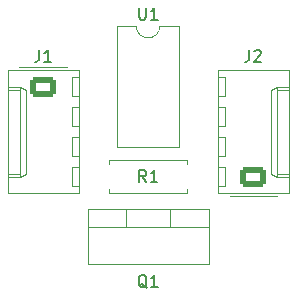
<source format=gto>
%TF.GenerationSoftware,KiCad,Pcbnew,7.0.8*%
%TF.CreationDate,2023-10-26T16:31:04-05:00*%
%TF.ProjectId,iowa-rover-kiosk-power-cycler,696f7761-2d72-46f7-9665-722d6b696f73,rev?*%
%TF.SameCoordinates,Original*%
%TF.FileFunction,Legend,Top*%
%TF.FilePolarity,Positive*%
%FSLAX46Y46*%
G04 Gerber Fmt 4.6, Leading zero omitted, Abs format (unit mm)*
G04 Created by KiCad (PCBNEW 7.0.8) date 2023-10-26 16:31:04*
%MOMM*%
%LPD*%
G01*
G04 APERTURE LIST*
G04 Aperture macros list*
%AMRoundRect*
0 Rectangle with rounded corners*
0 $1 Rounding radius*
0 $2 $3 $4 $5 $6 $7 $8 $9 X,Y pos of 4 corners*
0 Add a 4 corners polygon primitive as box body*
4,1,4,$2,$3,$4,$5,$6,$7,$8,$9,$2,$3,0*
0 Add four circle primitives for the rounded corners*
1,1,$1+$1,$2,$3*
1,1,$1+$1,$4,$5*
1,1,$1+$1,$6,$7*
1,1,$1+$1,$8,$9*
0 Add four rect primitives between the rounded corners*
20,1,$1+$1,$2,$3,$4,$5,0*
20,1,$1+$1,$4,$5,$6,$7,0*
20,1,$1+$1,$6,$7,$8,$9,0*
20,1,$1+$1,$8,$9,$2,$3,0*%
G04 Aperture macros list end*
%ADD10C,0.150000*%
%ADD11C,0.120000*%
%ADD12C,1.600000*%
%ADD13O,1.600000X1.600000*%
%ADD14C,2.500000*%
%ADD15R,1.600000X1.600000*%
%ADD16O,1.905000X2.000000*%
%ADD17R,1.905000X2.000000*%
%ADD18RoundRect,0.250000X0.845000X-0.620000X0.845000X0.620000X-0.845000X0.620000X-0.845000X-0.620000X0*%
%ADD19O,2.190000X1.740000*%
%ADD20RoundRect,0.250000X-0.845000X0.620000X-0.845000X-0.620000X0.845000X-0.620000X0.845000X0.620000X0*%
G04 APERTURE END LIST*
D10*
X115403333Y-63954819D02*
X115070000Y-63478628D01*
X114831905Y-63954819D02*
X114831905Y-62954819D01*
X114831905Y-62954819D02*
X115212857Y-62954819D01*
X115212857Y-62954819D02*
X115308095Y-63002438D01*
X115308095Y-63002438D02*
X115355714Y-63050057D01*
X115355714Y-63050057D02*
X115403333Y-63145295D01*
X115403333Y-63145295D02*
X115403333Y-63288152D01*
X115403333Y-63288152D02*
X115355714Y-63383390D01*
X115355714Y-63383390D02*
X115308095Y-63431009D01*
X115308095Y-63431009D02*
X115212857Y-63478628D01*
X115212857Y-63478628D02*
X114831905Y-63478628D01*
X116355714Y-63954819D02*
X115784286Y-63954819D01*
X116070000Y-63954819D02*
X116070000Y-62954819D01*
X116070000Y-62954819D02*
X115974762Y-63097676D01*
X115974762Y-63097676D02*
X115879524Y-63192914D01*
X115879524Y-63192914D02*
X115784286Y-63240533D01*
X114808095Y-49204819D02*
X114808095Y-50014342D01*
X114808095Y-50014342D02*
X114855714Y-50109580D01*
X114855714Y-50109580D02*
X114903333Y-50157200D01*
X114903333Y-50157200D02*
X114998571Y-50204819D01*
X114998571Y-50204819D02*
X115189047Y-50204819D01*
X115189047Y-50204819D02*
X115284285Y-50157200D01*
X115284285Y-50157200D02*
X115331904Y-50109580D01*
X115331904Y-50109580D02*
X115379523Y-50014342D01*
X115379523Y-50014342D02*
X115379523Y-49204819D01*
X116379523Y-50204819D02*
X115808095Y-50204819D01*
X116093809Y-50204819D02*
X116093809Y-49204819D01*
X116093809Y-49204819D02*
X115998571Y-49347676D01*
X115998571Y-49347676D02*
X115903333Y-49442914D01*
X115903333Y-49442914D02*
X115808095Y-49490533D01*
X115474761Y-72940057D02*
X115379523Y-72892438D01*
X115379523Y-72892438D02*
X115284285Y-72797200D01*
X115284285Y-72797200D02*
X115141428Y-72654342D01*
X115141428Y-72654342D02*
X115046190Y-72606723D01*
X115046190Y-72606723D02*
X114950952Y-72606723D01*
X114998571Y-72844819D02*
X114903333Y-72797200D01*
X114903333Y-72797200D02*
X114808095Y-72701961D01*
X114808095Y-72701961D02*
X114760476Y-72511485D01*
X114760476Y-72511485D02*
X114760476Y-72178152D01*
X114760476Y-72178152D02*
X114808095Y-71987676D01*
X114808095Y-71987676D02*
X114903333Y-71892438D01*
X114903333Y-71892438D02*
X114998571Y-71844819D01*
X114998571Y-71844819D02*
X115189047Y-71844819D01*
X115189047Y-71844819D02*
X115284285Y-71892438D01*
X115284285Y-71892438D02*
X115379523Y-71987676D01*
X115379523Y-71987676D02*
X115427142Y-72178152D01*
X115427142Y-72178152D02*
X115427142Y-72511485D01*
X115427142Y-72511485D02*
X115379523Y-72701961D01*
X115379523Y-72701961D02*
X115284285Y-72797200D01*
X115284285Y-72797200D02*
X115189047Y-72844819D01*
X115189047Y-72844819D02*
X114998571Y-72844819D01*
X116379523Y-72844819D02*
X115808095Y-72844819D01*
X116093809Y-72844819D02*
X116093809Y-71844819D01*
X116093809Y-71844819D02*
X115998571Y-71987676D01*
X115998571Y-71987676D02*
X115903333Y-72082914D01*
X115903333Y-72082914D02*
X115808095Y-72130533D01*
X124126666Y-52794819D02*
X124126666Y-53509104D01*
X124126666Y-53509104D02*
X124079047Y-53651961D01*
X124079047Y-53651961D02*
X123983809Y-53747200D01*
X123983809Y-53747200D02*
X123840952Y-53794819D01*
X123840952Y-53794819D02*
X123745714Y-53794819D01*
X124555238Y-52890057D02*
X124602857Y-52842438D01*
X124602857Y-52842438D02*
X124698095Y-52794819D01*
X124698095Y-52794819D02*
X124936190Y-52794819D01*
X124936190Y-52794819D02*
X125031428Y-52842438D01*
X125031428Y-52842438D02*
X125079047Y-52890057D01*
X125079047Y-52890057D02*
X125126666Y-52985295D01*
X125126666Y-52985295D02*
X125126666Y-53080533D01*
X125126666Y-53080533D02*
X125079047Y-53223390D01*
X125079047Y-53223390D02*
X124507619Y-53794819D01*
X124507619Y-53794819D02*
X125126666Y-53794819D01*
X106346666Y-52794819D02*
X106346666Y-53509104D01*
X106346666Y-53509104D02*
X106299047Y-53651961D01*
X106299047Y-53651961D02*
X106203809Y-53747200D01*
X106203809Y-53747200D02*
X106060952Y-53794819D01*
X106060952Y-53794819D02*
X105965714Y-53794819D01*
X107346666Y-53794819D02*
X106775238Y-53794819D01*
X107060952Y-53794819D02*
X107060952Y-52794819D01*
X107060952Y-52794819D02*
X106965714Y-52937676D01*
X106965714Y-52937676D02*
X106870476Y-53032914D01*
X106870476Y-53032914D02*
X106775238Y-53080533D01*
D11*
%TO.C,R1*%
X112300000Y-62130000D02*
X112300000Y-62460000D01*
X118840000Y-64870000D02*
X112300000Y-64870000D01*
X118840000Y-62130000D02*
X112300000Y-62130000D01*
X118840000Y-62460000D02*
X118840000Y-62130000D01*
X118840000Y-64540000D02*
X118840000Y-64870000D01*
X112300000Y-64870000D02*
X112300000Y-64540000D01*
%TO.C,U1*%
X118220000Y-50750000D02*
X116570000Y-50750000D01*
X112920000Y-50750000D02*
X112920000Y-61030000D01*
X118220000Y-61030000D02*
X118220000Y-50750000D01*
X114570000Y-50750000D02*
X112920000Y-50750000D01*
X112920000Y-61030000D02*
X118220000Y-61030000D01*
X114570000Y-50750000D02*
G75*
G03*
X116570000Y-50750000I1000000J0D01*
G01*
%TO.C,Q1*%
X110450000Y-67765000D02*
X120690000Y-67765000D01*
X120690000Y-66255000D02*
X120690000Y-70896000D01*
X110450000Y-70896000D02*
X120690000Y-70896000D01*
X110450000Y-66255000D02*
X110450000Y-70896000D01*
X117421000Y-66255000D02*
X117421000Y-67765000D01*
X113720000Y-66255000D02*
X113720000Y-67765000D01*
X110450000Y-66255000D02*
X120690000Y-66255000D01*
%TO.C,J2*%
X122050000Y-61760000D02*
X122050000Y-60160000D01*
X127470000Y-63500000D02*
X126470000Y-63500000D01*
X121450000Y-56680000D02*
X122050000Y-56680000D01*
X122050000Y-57620000D02*
X121450000Y-57620000D01*
X127470000Y-63250000D02*
X126470000Y-63250000D01*
X122050000Y-60160000D02*
X121450000Y-60160000D01*
X125940000Y-63250000D02*
X125940000Y-56130000D01*
X127470000Y-64880000D02*
X127470000Y-54500000D01*
X126470000Y-63500000D02*
X125940000Y-63250000D01*
X122480000Y-65170000D02*
X126480000Y-65170000D01*
X122050000Y-56680000D02*
X122050000Y-55080000D01*
X122050000Y-59220000D02*
X122050000Y-57620000D01*
X127470000Y-54500000D02*
X121450000Y-54500000D01*
X126470000Y-63500000D02*
X126470000Y-55880000D01*
X121450000Y-59220000D02*
X122050000Y-59220000D01*
X121450000Y-61760000D02*
X122050000Y-61760000D01*
X121450000Y-64300000D02*
X122050000Y-64300000D01*
X126470000Y-55880000D02*
X127470000Y-55880000D01*
X122050000Y-55080000D02*
X121450000Y-55080000D01*
X122050000Y-62700000D02*
X121450000Y-62700000D01*
X125940000Y-56130000D02*
X126470000Y-55880000D01*
X122050000Y-64300000D02*
X122050000Y-62700000D01*
X127470000Y-56130000D02*
X126470000Y-56130000D01*
X121450000Y-64880000D02*
X127470000Y-64880000D01*
X121450000Y-54500000D02*
X121450000Y-64880000D01*
%TO.C,J1*%
X109110000Y-57620000D02*
X109110000Y-59220000D01*
X103690000Y-55880000D02*
X104690000Y-55880000D01*
X109710000Y-62700000D02*
X109110000Y-62700000D01*
X109110000Y-61760000D02*
X109710000Y-61760000D01*
X103690000Y-56130000D02*
X104690000Y-56130000D01*
X109110000Y-59220000D02*
X109710000Y-59220000D01*
X105220000Y-56130000D02*
X105220000Y-63250000D01*
X103690000Y-54500000D02*
X103690000Y-64880000D01*
X104690000Y-55880000D02*
X105220000Y-56130000D01*
X108680000Y-54210000D02*
X104680000Y-54210000D01*
X109110000Y-62700000D02*
X109110000Y-64300000D01*
X109110000Y-60160000D02*
X109110000Y-61760000D01*
X103690000Y-64880000D02*
X109710000Y-64880000D01*
X104690000Y-55880000D02*
X104690000Y-63500000D01*
X109710000Y-60160000D02*
X109110000Y-60160000D01*
X109710000Y-57620000D02*
X109110000Y-57620000D01*
X109710000Y-55080000D02*
X109110000Y-55080000D01*
X104690000Y-63500000D02*
X103690000Y-63500000D01*
X109110000Y-64300000D02*
X109710000Y-64300000D01*
X109110000Y-56680000D02*
X109710000Y-56680000D01*
X105220000Y-63250000D02*
X104690000Y-63500000D01*
X109110000Y-55080000D02*
X109110000Y-56680000D01*
X103690000Y-63250000D02*
X104690000Y-63250000D01*
X109710000Y-54500000D02*
X103690000Y-54500000D01*
X109710000Y-64880000D02*
X109710000Y-54500000D01*
%TD*%
%LPC*%
D12*
%TO.C,R1*%
X119380000Y-63500000D03*
D13*
X111760000Y-63500000D03*
%TD*%
D14*
%TO.C,REF\u002A\u002A*%
X125730000Y-69850000D03*
%TD*%
%TO.C,REF\u002A\u002A*%
X105410000Y-69850000D03*
%TD*%
%TO.C,REF\u002A\u002A*%
X125730000Y-49530000D03*
%TD*%
%TO.C,REF\u002A\u002A*%
X105410000Y-49530000D03*
%TD*%
D15*
%TO.C,U1*%
X111760000Y-52080000D03*
D13*
X111760000Y-54620000D03*
X111760000Y-57160000D03*
X111760000Y-59700000D03*
X119380000Y-59700000D03*
X119380000Y-57160000D03*
X119380000Y-54620000D03*
X119380000Y-52080000D03*
%TD*%
D16*
%TO.C,Q1*%
X118110000Y-69525000D03*
X115570000Y-69525000D03*
D17*
X113030000Y-69525000D03*
%TD*%
D18*
%TO.C,J2*%
X124480000Y-63500000D03*
D19*
X124480000Y-60960000D03*
X124480000Y-58420000D03*
X124480000Y-55880000D03*
%TD*%
D20*
%TO.C,J1*%
X106680000Y-55880000D03*
D19*
X106680000Y-58420000D03*
X106680000Y-60960000D03*
X106680000Y-63500000D03*
%TD*%
%LPD*%
M02*

</source>
